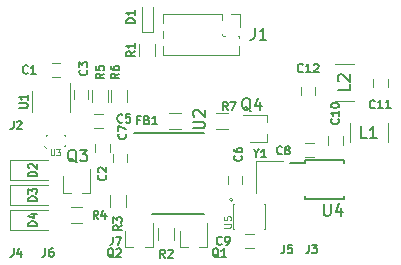
<source format=gbr>
%TF.GenerationSoftware,KiCad,Pcbnew,(5.99.0-2195-g476558ece)*%
%TF.CreationDate,2021-12-21T14:22:00-08:00*%
%TF.ProjectId,wwu_pico1,7777755f-7069-4636-9f31-2e6b69636164,rev?*%
%TF.SameCoordinates,Original*%
%TF.FileFunction,Legend,Top*%
%TF.FilePolarity,Positive*%
%FSLAX46Y46*%
G04 Gerber Fmt 4.6, Leading zero omitted, Abs format (unit mm)*
G04 Created by KiCad (PCBNEW (5.99.0-2195-g476558ece)) date 2021-12-21 14:22:00*
%MOMM*%
%LPD*%
G01*
G04 APERTURE LIST*
%ADD10C,0.150000*%
%ADD11C,0.100000*%
%ADD12C,0.120000*%
G04 APERTURE END LIST*
D10*
%TO.C,J7*%
X128666666Y-86216666D02*
X128666666Y-86716666D01*
X128633333Y-86816666D01*
X128566666Y-86883333D01*
X128466666Y-86916666D01*
X128400000Y-86916666D01*
X128933333Y-86216666D02*
X129400000Y-86216666D01*
X129100000Y-86916666D01*
%TO.C,J6*%
X122966666Y-87216666D02*
X122966666Y-87716666D01*
X122933333Y-87816666D01*
X122866666Y-87883333D01*
X122766666Y-87916666D01*
X122700000Y-87916666D01*
X123600000Y-87216666D02*
X123466666Y-87216666D01*
X123400000Y-87250000D01*
X123366666Y-87283333D01*
X123300000Y-87383333D01*
X123266666Y-87516666D01*
X123266666Y-87783333D01*
X123300000Y-87850000D01*
X123333333Y-87883333D01*
X123400000Y-87916666D01*
X123533333Y-87916666D01*
X123600000Y-87883333D01*
X123633333Y-87850000D01*
X123666666Y-87783333D01*
X123666666Y-87616666D01*
X123633333Y-87550000D01*
X123600000Y-87516666D01*
X123533333Y-87483333D01*
X123400000Y-87483333D01*
X123333333Y-87516666D01*
X123300000Y-87550000D01*
X123266666Y-87616666D01*
%TO.C,J5*%
X143166666Y-86916666D02*
X143166666Y-87416666D01*
X143133333Y-87516666D01*
X143066666Y-87583333D01*
X142966666Y-87616666D01*
X142900000Y-87616666D01*
X143833333Y-86916666D02*
X143500000Y-86916666D01*
X143466666Y-87250000D01*
X143500000Y-87216666D01*
X143566666Y-87183333D01*
X143733333Y-87183333D01*
X143800000Y-87216666D01*
X143833333Y-87250000D01*
X143866666Y-87316666D01*
X143866666Y-87483333D01*
X143833333Y-87550000D01*
X143800000Y-87583333D01*
X143733333Y-87616666D01*
X143566666Y-87616666D01*
X143500000Y-87583333D01*
X143466666Y-87550000D01*
%TO.C,J4*%
X120266666Y-87216666D02*
X120266666Y-87716666D01*
X120233333Y-87816666D01*
X120166666Y-87883333D01*
X120066666Y-87916666D01*
X120000000Y-87916666D01*
X120900000Y-87450000D02*
X120900000Y-87916666D01*
X120733333Y-87183333D02*
X120566666Y-87683333D01*
X121000000Y-87683333D01*
%TO.C,J3*%
X145266666Y-86916666D02*
X145266666Y-87416666D01*
X145233333Y-87516666D01*
X145166666Y-87583333D01*
X145066666Y-87616666D01*
X145000000Y-87616666D01*
X145533333Y-86916666D02*
X145966666Y-86916666D01*
X145733333Y-87183333D01*
X145833333Y-87183333D01*
X145900000Y-87216666D01*
X145933333Y-87250000D01*
X145966666Y-87316666D01*
X145966666Y-87483333D01*
X145933333Y-87550000D01*
X145900000Y-87583333D01*
X145833333Y-87616666D01*
X145633333Y-87616666D01*
X145566666Y-87583333D01*
X145533333Y-87550000D01*
%TO.C,J2*%
X120266666Y-76416666D02*
X120266666Y-76916666D01*
X120233333Y-77016666D01*
X120166666Y-77083333D01*
X120066666Y-77116666D01*
X120000000Y-77116666D01*
X120566666Y-76483333D02*
X120600000Y-76450000D01*
X120666666Y-76416666D01*
X120833333Y-76416666D01*
X120900000Y-76450000D01*
X120933333Y-76483333D01*
X120966666Y-76550000D01*
X120966666Y-76616666D01*
X120933333Y-76716666D01*
X120533333Y-77116666D01*
X120966666Y-77116666D01*
%TO.C,Y1*%
X140816666Y-79183333D02*
X140816666Y-79516666D01*
X140583333Y-78816666D02*
X140816666Y-79183333D01*
X141050000Y-78816666D01*
X141650000Y-79516666D02*
X141250000Y-79516666D01*
X141450000Y-79516666D02*
X141450000Y-78816666D01*
X141383333Y-78916666D01*
X141316666Y-78983333D01*
X141250000Y-79016666D01*
D11*
%TO.C,U5*%
X138071428Y-85457142D02*
X138557142Y-85457142D01*
X138614285Y-85428571D01*
X138642857Y-85400000D01*
X138671428Y-85342857D01*
X138671428Y-85228571D01*
X138642857Y-85171428D01*
X138614285Y-85142857D01*
X138557142Y-85114285D01*
X138071428Y-85114285D01*
X138071428Y-84542857D02*
X138071428Y-84828571D01*
X138357142Y-84857142D01*
X138328571Y-84828571D01*
X138300000Y-84771428D01*
X138300000Y-84628571D01*
X138328571Y-84571428D01*
X138357142Y-84542857D01*
X138414285Y-84514285D01*
X138557142Y-84514285D01*
X138614285Y-84542857D01*
X138642857Y-84571428D01*
X138671428Y-84628571D01*
X138671428Y-84771428D01*
X138642857Y-84828571D01*
X138614285Y-84857142D01*
D10*
%TO.C,U4*%
X146538095Y-83452380D02*
X146538095Y-84261904D01*
X146585714Y-84357142D01*
X146633333Y-84404761D01*
X146728571Y-84452380D01*
X146919047Y-84452380D01*
X147014285Y-84404761D01*
X147061904Y-84357142D01*
X147109523Y-84261904D01*
X147109523Y-83452380D01*
X148014285Y-83785714D02*
X148014285Y-84452380D01*
X147776190Y-83404761D02*
X147538095Y-84119047D01*
X148157142Y-84119047D01*
D11*
%TO.C,U3*%
X123419047Y-78826190D02*
X123419047Y-79230952D01*
X123442857Y-79278571D01*
X123466666Y-79302380D01*
X123514285Y-79326190D01*
X123609523Y-79326190D01*
X123657142Y-79302380D01*
X123680952Y-79278571D01*
X123704761Y-79230952D01*
X123704761Y-78826190D01*
X123895238Y-78826190D02*
X124204761Y-78826190D01*
X124038095Y-79016666D01*
X124109523Y-79016666D01*
X124157142Y-79040476D01*
X124180952Y-79064285D01*
X124204761Y-79111904D01*
X124204761Y-79230952D01*
X124180952Y-79278571D01*
X124157142Y-79302380D01*
X124109523Y-79326190D01*
X123966666Y-79326190D01*
X123919047Y-79302380D01*
X123895238Y-79278571D01*
D10*
%TO.C,U2*%
X135452380Y-77061904D02*
X136261904Y-77061904D01*
X136357142Y-77014285D01*
X136404761Y-76966666D01*
X136452380Y-76871428D01*
X136452380Y-76680952D01*
X136404761Y-76585714D01*
X136357142Y-76538095D01*
X136261904Y-76490476D01*
X135452380Y-76490476D01*
X135547619Y-76061904D02*
X135500000Y-76014285D01*
X135452380Y-75919047D01*
X135452380Y-75680952D01*
X135500000Y-75585714D01*
X135547619Y-75538095D01*
X135642857Y-75490476D01*
X135738095Y-75490476D01*
X135880952Y-75538095D01*
X136452380Y-76109523D01*
X136452380Y-75490476D01*
%TO.C,U1*%
X120766666Y-75333333D02*
X121333333Y-75333333D01*
X121400000Y-75300000D01*
X121433333Y-75266666D01*
X121466666Y-75200000D01*
X121466666Y-75066666D01*
X121433333Y-75000000D01*
X121400000Y-74966666D01*
X121333333Y-74933333D01*
X120766666Y-74933333D01*
X121466666Y-74233333D02*
X121466666Y-74633333D01*
X121466666Y-74433333D02*
X120766666Y-74433333D01*
X120866666Y-74500000D01*
X120933333Y-74566666D01*
X120966666Y-74633333D01*
%TO.C,R7*%
X138383333Y-75516666D02*
X138150000Y-75183333D01*
X137983333Y-75516666D02*
X137983333Y-74816666D01*
X138250000Y-74816666D01*
X138316666Y-74850000D01*
X138350000Y-74883333D01*
X138383333Y-74950000D01*
X138383333Y-75050000D01*
X138350000Y-75116666D01*
X138316666Y-75150000D01*
X138250000Y-75183333D01*
X137983333Y-75183333D01*
X138616666Y-74816666D02*
X139083333Y-74816666D01*
X138783333Y-75516666D01*
%TO.C,R6*%
X129216666Y-72416666D02*
X128883333Y-72650000D01*
X129216666Y-72816666D02*
X128516666Y-72816666D01*
X128516666Y-72550000D01*
X128550000Y-72483333D01*
X128583333Y-72450000D01*
X128650000Y-72416666D01*
X128750000Y-72416666D01*
X128816666Y-72450000D01*
X128850000Y-72483333D01*
X128883333Y-72550000D01*
X128883333Y-72816666D01*
X128516666Y-71816666D02*
X128516666Y-71950000D01*
X128550000Y-72016666D01*
X128583333Y-72050000D01*
X128683333Y-72116666D01*
X128816666Y-72150000D01*
X129083333Y-72150000D01*
X129150000Y-72116666D01*
X129183333Y-72083333D01*
X129216666Y-72016666D01*
X129216666Y-71883333D01*
X129183333Y-71816666D01*
X129150000Y-71783333D01*
X129083333Y-71750000D01*
X128916666Y-71750000D01*
X128850000Y-71783333D01*
X128816666Y-71816666D01*
X128783333Y-71883333D01*
X128783333Y-72016666D01*
X128816666Y-72083333D01*
X128850000Y-72116666D01*
X128916666Y-72150000D01*
%TO.C,R5*%
X127916666Y-72416666D02*
X127583333Y-72650000D01*
X127916666Y-72816666D02*
X127216666Y-72816666D01*
X127216666Y-72550000D01*
X127250000Y-72483333D01*
X127283333Y-72450000D01*
X127350000Y-72416666D01*
X127450000Y-72416666D01*
X127516666Y-72450000D01*
X127550000Y-72483333D01*
X127583333Y-72550000D01*
X127583333Y-72816666D01*
X127216666Y-71783333D02*
X127216666Y-72116666D01*
X127550000Y-72150000D01*
X127516666Y-72116666D01*
X127483333Y-72050000D01*
X127483333Y-71883333D01*
X127516666Y-71816666D01*
X127550000Y-71783333D01*
X127616666Y-71750000D01*
X127783333Y-71750000D01*
X127850000Y-71783333D01*
X127883333Y-71816666D01*
X127916666Y-71883333D01*
X127916666Y-72050000D01*
X127883333Y-72116666D01*
X127850000Y-72150000D01*
%TO.C,R4*%
X127433333Y-84716666D02*
X127200000Y-84383333D01*
X127033333Y-84716666D02*
X127033333Y-84016666D01*
X127300000Y-84016666D01*
X127366666Y-84050000D01*
X127400000Y-84083333D01*
X127433333Y-84150000D01*
X127433333Y-84250000D01*
X127400000Y-84316666D01*
X127366666Y-84350000D01*
X127300000Y-84383333D01*
X127033333Y-84383333D01*
X128033333Y-84250000D02*
X128033333Y-84716666D01*
X127866666Y-83983333D02*
X127700000Y-84483333D01*
X128133333Y-84483333D01*
%TO.C,R3*%
X129416666Y-85266666D02*
X129083333Y-85500000D01*
X129416666Y-85666666D02*
X128716666Y-85666666D01*
X128716666Y-85400000D01*
X128750000Y-85333333D01*
X128783333Y-85300000D01*
X128850000Y-85266666D01*
X128950000Y-85266666D01*
X129016666Y-85300000D01*
X129050000Y-85333333D01*
X129083333Y-85400000D01*
X129083333Y-85666666D01*
X128716666Y-85033333D02*
X128716666Y-84600000D01*
X128983333Y-84833333D01*
X128983333Y-84733333D01*
X129016666Y-84666666D01*
X129050000Y-84633333D01*
X129116666Y-84600000D01*
X129283333Y-84600000D01*
X129350000Y-84633333D01*
X129383333Y-84666666D01*
X129416666Y-84733333D01*
X129416666Y-84933333D01*
X129383333Y-85000000D01*
X129350000Y-85033333D01*
%TO.C,R2*%
X133083333Y-88016666D02*
X132850000Y-87683333D01*
X132683333Y-88016666D02*
X132683333Y-87316666D01*
X132950000Y-87316666D01*
X133016666Y-87350000D01*
X133050000Y-87383333D01*
X133083333Y-87450000D01*
X133083333Y-87550000D01*
X133050000Y-87616666D01*
X133016666Y-87650000D01*
X132950000Y-87683333D01*
X132683333Y-87683333D01*
X133350000Y-87383333D02*
X133383333Y-87350000D01*
X133450000Y-87316666D01*
X133616666Y-87316666D01*
X133683333Y-87350000D01*
X133716666Y-87383333D01*
X133750000Y-87450000D01*
X133750000Y-87516666D01*
X133716666Y-87616666D01*
X133316666Y-88016666D01*
X133750000Y-88016666D01*
%TO.C,R1*%
X130516666Y-70516666D02*
X130183333Y-70750000D01*
X130516666Y-70916666D02*
X129816666Y-70916666D01*
X129816666Y-70650000D01*
X129850000Y-70583333D01*
X129883333Y-70550000D01*
X129950000Y-70516666D01*
X130050000Y-70516666D01*
X130116666Y-70550000D01*
X130150000Y-70583333D01*
X130183333Y-70650000D01*
X130183333Y-70916666D01*
X130516666Y-69850000D02*
X130516666Y-70250000D01*
X130516666Y-70050000D02*
X129816666Y-70050000D01*
X129916666Y-70116666D01*
X129983333Y-70183333D01*
X130016666Y-70250000D01*
%TO.C,Q4*%
X140354761Y-75597619D02*
X140259523Y-75550000D01*
X140164285Y-75454761D01*
X140021428Y-75311904D01*
X139926190Y-75264285D01*
X139830952Y-75264285D01*
X139878571Y-75502380D02*
X139783333Y-75454761D01*
X139688095Y-75359523D01*
X139640476Y-75169047D01*
X139640476Y-74835714D01*
X139688095Y-74645238D01*
X139783333Y-74550000D01*
X139878571Y-74502380D01*
X140069047Y-74502380D01*
X140164285Y-74550000D01*
X140259523Y-74645238D01*
X140307142Y-74835714D01*
X140307142Y-75169047D01*
X140259523Y-75359523D01*
X140164285Y-75454761D01*
X140069047Y-75502380D01*
X139878571Y-75502380D01*
X141164285Y-74835714D02*
X141164285Y-75502380D01*
X140926190Y-74454761D02*
X140688095Y-75169047D01*
X141307142Y-75169047D01*
%TO.C,Q3*%
X125604761Y-79947619D02*
X125509523Y-79900000D01*
X125414285Y-79804761D01*
X125271428Y-79661904D01*
X125176190Y-79614285D01*
X125080952Y-79614285D01*
X125128571Y-79852380D02*
X125033333Y-79804761D01*
X124938095Y-79709523D01*
X124890476Y-79519047D01*
X124890476Y-79185714D01*
X124938095Y-78995238D01*
X125033333Y-78900000D01*
X125128571Y-78852380D01*
X125319047Y-78852380D01*
X125414285Y-78900000D01*
X125509523Y-78995238D01*
X125557142Y-79185714D01*
X125557142Y-79519047D01*
X125509523Y-79709523D01*
X125414285Y-79804761D01*
X125319047Y-79852380D01*
X125128571Y-79852380D01*
X125890476Y-78852380D02*
X126509523Y-78852380D01*
X126176190Y-79233333D01*
X126319047Y-79233333D01*
X126414285Y-79280952D01*
X126461904Y-79328571D01*
X126509523Y-79423809D01*
X126509523Y-79661904D01*
X126461904Y-79757142D01*
X126414285Y-79804761D01*
X126319047Y-79852380D01*
X126033333Y-79852380D01*
X125938095Y-79804761D01*
X125890476Y-79757142D01*
%TO.C,Q2*%
X128733333Y-87983333D02*
X128666666Y-87950000D01*
X128600000Y-87883333D01*
X128500000Y-87783333D01*
X128433333Y-87750000D01*
X128366666Y-87750000D01*
X128400000Y-87916666D02*
X128333333Y-87883333D01*
X128266666Y-87816666D01*
X128233333Y-87683333D01*
X128233333Y-87450000D01*
X128266666Y-87316666D01*
X128333333Y-87250000D01*
X128400000Y-87216666D01*
X128533333Y-87216666D01*
X128600000Y-87250000D01*
X128666666Y-87316666D01*
X128700000Y-87450000D01*
X128700000Y-87683333D01*
X128666666Y-87816666D01*
X128600000Y-87883333D01*
X128533333Y-87916666D01*
X128400000Y-87916666D01*
X128966666Y-87283333D02*
X129000000Y-87250000D01*
X129066666Y-87216666D01*
X129233333Y-87216666D01*
X129300000Y-87250000D01*
X129333333Y-87283333D01*
X129366666Y-87350000D01*
X129366666Y-87416666D01*
X129333333Y-87516666D01*
X128933333Y-87916666D01*
X129366666Y-87916666D01*
%TO.C,Q1*%
X137633333Y-87983333D02*
X137566666Y-87950000D01*
X137500000Y-87883333D01*
X137400000Y-87783333D01*
X137333333Y-87750000D01*
X137266666Y-87750000D01*
X137300000Y-87916666D02*
X137233333Y-87883333D01*
X137166666Y-87816666D01*
X137133333Y-87683333D01*
X137133333Y-87450000D01*
X137166666Y-87316666D01*
X137233333Y-87250000D01*
X137300000Y-87216666D01*
X137433333Y-87216666D01*
X137500000Y-87250000D01*
X137566666Y-87316666D01*
X137600000Y-87450000D01*
X137600000Y-87683333D01*
X137566666Y-87816666D01*
X137500000Y-87883333D01*
X137433333Y-87916666D01*
X137300000Y-87916666D01*
X138266666Y-87916666D02*
X137866666Y-87916666D01*
X138066666Y-87916666D02*
X138066666Y-87216666D01*
X138000000Y-87316666D01*
X137933333Y-87383333D01*
X137866666Y-87416666D01*
%TO.C,L2*%
X148727380Y-73341666D02*
X148727380Y-73817857D01*
X147727380Y-73817857D01*
X147822619Y-73055952D02*
X147775000Y-73008333D01*
X147727380Y-72913095D01*
X147727380Y-72675000D01*
X147775000Y-72579761D01*
X147822619Y-72532142D01*
X147917857Y-72484523D01*
X148013095Y-72484523D01*
X148155952Y-72532142D01*
X148727380Y-73103571D01*
X148727380Y-72484523D01*
%TO.C,L1*%
X150158333Y-77877380D02*
X149682142Y-77877380D01*
X149682142Y-76877380D01*
X151015476Y-77877380D02*
X150444047Y-77877380D01*
X150729761Y-77877380D02*
X150729761Y-76877380D01*
X150634523Y-77020238D01*
X150539285Y-77115476D01*
X150444047Y-77163095D01*
%TO.C,J1*%
X140666666Y-68552380D02*
X140666666Y-69266666D01*
X140619047Y-69409523D01*
X140523809Y-69504761D01*
X140380952Y-69552380D01*
X140285714Y-69552380D01*
X141666666Y-69552380D02*
X141095238Y-69552380D01*
X141380952Y-69552380D02*
X141380952Y-68552380D01*
X141285714Y-68695238D01*
X141190476Y-68790476D01*
X141095238Y-68838095D01*
%TO.C,FB1*%
X130966666Y-76350000D02*
X130733333Y-76350000D01*
X130733333Y-76716666D02*
X130733333Y-76016666D01*
X131066666Y-76016666D01*
X131566666Y-76350000D02*
X131666666Y-76383333D01*
X131700000Y-76416666D01*
X131733333Y-76483333D01*
X131733333Y-76583333D01*
X131700000Y-76650000D01*
X131666666Y-76683333D01*
X131600000Y-76716666D01*
X131333333Y-76716666D01*
X131333333Y-76016666D01*
X131566666Y-76016666D01*
X131633333Y-76050000D01*
X131666666Y-76083333D01*
X131700000Y-76150000D01*
X131700000Y-76216666D01*
X131666666Y-76283333D01*
X131633333Y-76316666D01*
X131566666Y-76350000D01*
X131333333Y-76350000D01*
X132400000Y-76716666D02*
X132000000Y-76716666D01*
X132200000Y-76716666D02*
X132200000Y-76016666D01*
X132133333Y-76116666D01*
X132066666Y-76183333D01*
X132000000Y-76216666D01*
%TO.C,D4*%
X122216666Y-85316666D02*
X121516666Y-85316666D01*
X121516666Y-85150000D01*
X121550000Y-85050000D01*
X121616666Y-84983333D01*
X121683333Y-84950000D01*
X121816666Y-84916666D01*
X121916666Y-84916666D01*
X122050000Y-84950000D01*
X122116666Y-84983333D01*
X122183333Y-85050000D01*
X122216666Y-85150000D01*
X122216666Y-85316666D01*
X121750000Y-84316666D02*
X122216666Y-84316666D01*
X121483333Y-84483333D02*
X121983333Y-84650000D01*
X121983333Y-84216666D01*
%TO.C,D3*%
X122216666Y-83216666D02*
X121516666Y-83216666D01*
X121516666Y-83050000D01*
X121550000Y-82950000D01*
X121616666Y-82883333D01*
X121683333Y-82850000D01*
X121816666Y-82816666D01*
X121916666Y-82816666D01*
X122050000Y-82850000D01*
X122116666Y-82883333D01*
X122183333Y-82950000D01*
X122216666Y-83050000D01*
X122216666Y-83216666D01*
X121516666Y-82583333D02*
X121516666Y-82150000D01*
X121783333Y-82383333D01*
X121783333Y-82283333D01*
X121816666Y-82216666D01*
X121850000Y-82183333D01*
X121916666Y-82150000D01*
X122083333Y-82150000D01*
X122150000Y-82183333D01*
X122183333Y-82216666D01*
X122216666Y-82283333D01*
X122216666Y-82483333D01*
X122183333Y-82550000D01*
X122150000Y-82583333D01*
%TO.C,D2*%
X122216666Y-81116666D02*
X121516666Y-81116666D01*
X121516666Y-80950000D01*
X121550000Y-80850000D01*
X121616666Y-80783333D01*
X121683333Y-80750000D01*
X121816666Y-80716666D01*
X121916666Y-80716666D01*
X122050000Y-80750000D01*
X122116666Y-80783333D01*
X122183333Y-80850000D01*
X122216666Y-80950000D01*
X122216666Y-81116666D01*
X121583333Y-80450000D02*
X121550000Y-80416666D01*
X121516666Y-80350000D01*
X121516666Y-80183333D01*
X121550000Y-80116666D01*
X121583333Y-80083333D01*
X121650000Y-80050000D01*
X121716666Y-80050000D01*
X121816666Y-80083333D01*
X122216666Y-80483333D01*
X122216666Y-80050000D01*
%TO.C,D1*%
X130516666Y-68116666D02*
X129816666Y-68116666D01*
X129816666Y-67950000D01*
X129850000Y-67850000D01*
X129916666Y-67783333D01*
X129983333Y-67750000D01*
X130116666Y-67716666D01*
X130216666Y-67716666D01*
X130350000Y-67750000D01*
X130416666Y-67783333D01*
X130483333Y-67850000D01*
X130516666Y-67950000D01*
X130516666Y-68116666D01*
X130516666Y-67050000D02*
X130516666Y-67450000D01*
X130516666Y-67250000D02*
X129816666Y-67250000D01*
X129916666Y-67316666D01*
X129983333Y-67383333D01*
X130016666Y-67450000D01*
%TO.C,C12*%
X144750000Y-72250000D02*
X144716666Y-72283333D01*
X144616666Y-72316666D01*
X144550000Y-72316666D01*
X144450000Y-72283333D01*
X144383333Y-72216666D01*
X144350000Y-72150000D01*
X144316666Y-72016666D01*
X144316666Y-71916666D01*
X144350000Y-71783333D01*
X144383333Y-71716666D01*
X144450000Y-71650000D01*
X144550000Y-71616666D01*
X144616666Y-71616666D01*
X144716666Y-71650000D01*
X144750000Y-71683333D01*
X145416666Y-72316666D02*
X145016666Y-72316666D01*
X145216666Y-72316666D02*
X145216666Y-71616666D01*
X145150000Y-71716666D01*
X145083333Y-71783333D01*
X145016666Y-71816666D01*
X145683333Y-71683333D02*
X145716666Y-71650000D01*
X145783333Y-71616666D01*
X145950000Y-71616666D01*
X146016666Y-71650000D01*
X146050000Y-71683333D01*
X146083333Y-71750000D01*
X146083333Y-71816666D01*
X146050000Y-71916666D01*
X145650000Y-72316666D01*
X146083333Y-72316666D01*
%TO.C,C11*%
X150850000Y-75300000D02*
X150816666Y-75333333D01*
X150716666Y-75366666D01*
X150650000Y-75366666D01*
X150550000Y-75333333D01*
X150483333Y-75266666D01*
X150450000Y-75200000D01*
X150416666Y-75066666D01*
X150416666Y-74966666D01*
X150450000Y-74833333D01*
X150483333Y-74766666D01*
X150550000Y-74700000D01*
X150650000Y-74666666D01*
X150716666Y-74666666D01*
X150816666Y-74700000D01*
X150850000Y-74733333D01*
X151516666Y-75366666D02*
X151116666Y-75366666D01*
X151316666Y-75366666D02*
X151316666Y-74666666D01*
X151250000Y-74766666D01*
X151183333Y-74833333D01*
X151116666Y-74866666D01*
X152183333Y-75366666D02*
X151783333Y-75366666D01*
X151983333Y-75366666D02*
X151983333Y-74666666D01*
X151916666Y-74766666D01*
X151850000Y-74833333D01*
X151783333Y-74866666D01*
%TO.C,C10*%
X147750000Y-76250000D02*
X147783333Y-76283333D01*
X147816666Y-76383333D01*
X147816666Y-76450000D01*
X147783333Y-76550000D01*
X147716666Y-76616666D01*
X147650000Y-76650000D01*
X147516666Y-76683333D01*
X147416666Y-76683333D01*
X147283333Y-76650000D01*
X147216666Y-76616666D01*
X147150000Y-76550000D01*
X147116666Y-76450000D01*
X147116666Y-76383333D01*
X147150000Y-76283333D01*
X147183333Y-76250000D01*
X147816666Y-75583333D02*
X147816666Y-75983333D01*
X147816666Y-75783333D02*
X147116666Y-75783333D01*
X147216666Y-75850000D01*
X147283333Y-75916666D01*
X147316666Y-75983333D01*
X147116666Y-75150000D02*
X147116666Y-75083333D01*
X147150000Y-75016666D01*
X147183333Y-74983333D01*
X147250000Y-74950000D01*
X147383333Y-74916666D01*
X147550000Y-74916666D01*
X147683333Y-74950000D01*
X147750000Y-74983333D01*
X147783333Y-75016666D01*
X147816666Y-75083333D01*
X147816666Y-75150000D01*
X147783333Y-75216666D01*
X147750000Y-75250000D01*
X147683333Y-75283333D01*
X147550000Y-75316666D01*
X147383333Y-75316666D01*
X147250000Y-75283333D01*
X147183333Y-75250000D01*
X147150000Y-75216666D01*
X147116666Y-75150000D01*
%TO.C,C9*%
X137883333Y-86850000D02*
X137850000Y-86883333D01*
X137750000Y-86916666D01*
X137683333Y-86916666D01*
X137583333Y-86883333D01*
X137516666Y-86816666D01*
X137483333Y-86750000D01*
X137450000Y-86616666D01*
X137450000Y-86516666D01*
X137483333Y-86383333D01*
X137516666Y-86316666D01*
X137583333Y-86250000D01*
X137683333Y-86216666D01*
X137750000Y-86216666D01*
X137850000Y-86250000D01*
X137883333Y-86283333D01*
X138216666Y-86916666D02*
X138350000Y-86916666D01*
X138416666Y-86883333D01*
X138450000Y-86850000D01*
X138516666Y-86750000D01*
X138550000Y-86616666D01*
X138550000Y-86350000D01*
X138516666Y-86283333D01*
X138483333Y-86250000D01*
X138416666Y-86216666D01*
X138283333Y-86216666D01*
X138216666Y-86250000D01*
X138183333Y-86283333D01*
X138150000Y-86350000D01*
X138150000Y-86516666D01*
X138183333Y-86583333D01*
X138216666Y-86616666D01*
X138283333Y-86650000D01*
X138416666Y-86650000D01*
X138483333Y-86616666D01*
X138516666Y-86583333D01*
X138550000Y-86516666D01*
%TO.C,C8*%
X142983333Y-79200000D02*
X142950000Y-79233333D01*
X142850000Y-79266666D01*
X142783333Y-79266666D01*
X142683333Y-79233333D01*
X142616666Y-79166666D01*
X142583333Y-79100000D01*
X142550000Y-78966666D01*
X142550000Y-78866666D01*
X142583333Y-78733333D01*
X142616666Y-78666666D01*
X142683333Y-78600000D01*
X142783333Y-78566666D01*
X142850000Y-78566666D01*
X142950000Y-78600000D01*
X142983333Y-78633333D01*
X143383333Y-78866666D02*
X143316666Y-78833333D01*
X143283333Y-78800000D01*
X143250000Y-78733333D01*
X143250000Y-78700000D01*
X143283333Y-78633333D01*
X143316666Y-78600000D01*
X143383333Y-78566666D01*
X143516666Y-78566666D01*
X143583333Y-78600000D01*
X143616666Y-78633333D01*
X143650000Y-78700000D01*
X143650000Y-78733333D01*
X143616666Y-78800000D01*
X143583333Y-78833333D01*
X143516666Y-78866666D01*
X143383333Y-78866666D01*
X143316666Y-78900000D01*
X143283333Y-78933333D01*
X143250000Y-79000000D01*
X143250000Y-79133333D01*
X143283333Y-79200000D01*
X143316666Y-79233333D01*
X143383333Y-79266666D01*
X143516666Y-79266666D01*
X143583333Y-79233333D01*
X143616666Y-79200000D01*
X143650000Y-79133333D01*
X143650000Y-79000000D01*
X143616666Y-78933333D01*
X143583333Y-78900000D01*
X143516666Y-78866666D01*
%TO.C,C7*%
X129750000Y-77516666D02*
X129783333Y-77550000D01*
X129816666Y-77650000D01*
X129816666Y-77716666D01*
X129783333Y-77816666D01*
X129716666Y-77883333D01*
X129650000Y-77916666D01*
X129516666Y-77950000D01*
X129416666Y-77950000D01*
X129283333Y-77916666D01*
X129216666Y-77883333D01*
X129150000Y-77816666D01*
X129116666Y-77716666D01*
X129116666Y-77650000D01*
X129150000Y-77550000D01*
X129183333Y-77516666D01*
X129116666Y-77283333D02*
X129116666Y-76816666D01*
X129816666Y-77116666D01*
%TO.C,C6*%
X139550000Y-79366666D02*
X139583333Y-79400000D01*
X139616666Y-79500000D01*
X139616666Y-79566666D01*
X139583333Y-79666666D01*
X139516666Y-79733333D01*
X139450000Y-79766666D01*
X139316666Y-79800000D01*
X139216666Y-79800000D01*
X139083333Y-79766666D01*
X139016666Y-79733333D01*
X138950000Y-79666666D01*
X138916666Y-79566666D01*
X138916666Y-79500000D01*
X138950000Y-79400000D01*
X138983333Y-79366666D01*
X138916666Y-78766666D02*
X138916666Y-78900000D01*
X138950000Y-78966666D01*
X138983333Y-79000000D01*
X139083333Y-79066666D01*
X139216666Y-79100000D01*
X139483333Y-79100000D01*
X139550000Y-79066666D01*
X139583333Y-79033333D01*
X139616666Y-78966666D01*
X139616666Y-78833333D01*
X139583333Y-78766666D01*
X139550000Y-78733333D01*
X139483333Y-78700000D01*
X139316666Y-78700000D01*
X139250000Y-78733333D01*
X139216666Y-78766666D01*
X139183333Y-78833333D01*
X139183333Y-78966666D01*
X139216666Y-79033333D01*
X139250000Y-79066666D01*
X139316666Y-79100000D01*
%TO.C,C5*%
X129483333Y-76500000D02*
X129450000Y-76533333D01*
X129350000Y-76566666D01*
X129283333Y-76566666D01*
X129183333Y-76533333D01*
X129116666Y-76466666D01*
X129083333Y-76400000D01*
X129050000Y-76266666D01*
X129050000Y-76166666D01*
X129083333Y-76033333D01*
X129116666Y-75966666D01*
X129183333Y-75900000D01*
X129283333Y-75866666D01*
X129350000Y-75866666D01*
X129450000Y-75900000D01*
X129483333Y-75933333D01*
X130116666Y-75866666D02*
X129783333Y-75866666D01*
X129750000Y-76200000D01*
X129783333Y-76166666D01*
X129850000Y-76133333D01*
X130016666Y-76133333D01*
X130083333Y-76166666D01*
X130116666Y-76200000D01*
X130150000Y-76266666D01*
X130150000Y-76433333D01*
X130116666Y-76500000D01*
X130083333Y-76533333D01*
X130016666Y-76566666D01*
X129850000Y-76566666D01*
X129783333Y-76533333D01*
X129750000Y-76500000D01*
%TO.C,C3*%
X126450000Y-72116666D02*
X126483333Y-72150000D01*
X126516666Y-72250000D01*
X126516666Y-72316666D01*
X126483333Y-72416666D01*
X126416666Y-72483333D01*
X126350000Y-72516666D01*
X126216666Y-72550000D01*
X126116666Y-72550000D01*
X125983333Y-72516666D01*
X125916666Y-72483333D01*
X125850000Y-72416666D01*
X125816666Y-72316666D01*
X125816666Y-72250000D01*
X125850000Y-72150000D01*
X125883333Y-72116666D01*
X125816666Y-71883333D02*
X125816666Y-71450000D01*
X126083333Y-71683333D01*
X126083333Y-71583333D01*
X126116666Y-71516666D01*
X126150000Y-71483333D01*
X126216666Y-71450000D01*
X126383333Y-71450000D01*
X126450000Y-71483333D01*
X126483333Y-71516666D01*
X126516666Y-71583333D01*
X126516666Y-71783333D01*
X126483333Y-71850000D01*
X126450000Y-71883333D01*
%TO.C,C2*%
X128050000Y-81016666D02*
X128083333Y-81050000D01*
X128116666Y-81150000D01*
X128116666Y-81216666D01*
X128083333Y-81316666D01*
X128016666Y-81383333D01*
X127950000Y-81416666D01*
X127816666Y-81450000D01*
X127716666Y-81450000D01*
X127583333Y-81416666D01*
X127516666Y-81383333D01*
X127450000Y-81316666D01*
X127416666Y-81216666D01*
X127416666Y-81150000D01*
X127450000Y-81050000D01*
X127483333Y-81016666D01*
X127483333Y-80750000D02*
X127450000Y-80716666D01*
X127416666Y-80650000D01*
X127416666Y-80483333D01*
X127450000Y-80416666D01*
X127483333Y-80383333D01*
X127550000Y-80350000D01*
X127616666Y-80350000D01*
X127716666Y-80383333D01*
X128116666Y-80783333D01*
X128116666Y-80350000D01*
%TO.C,C1*%
X121483333Y-72350000D02*
X121450000Y-72383333D01*
X121350000Y-72416666D01*
X121283333Y-72416666D01*
X121183333Y-72383333D01*
X121116666Y-72316666D01*
X121083333Y-72250000D01*
X121050000Y-72116666D01*
X121050000Y-72016666D01*
X121083333Y-71883333D01*
X121116666Y-71816666D01*
X121183333Y-71750000D01*
X121283333Y-71716666D01*
X121350000Y-71716666D01*
X121450000Y-71750000D01*
X121483333Y-71783333D01*
X122150000Y-72416666D02*
X121750000Y-72416666D01*
X121950000Y-72416666D02*
X121950000Y-71716666D01*
X121883333Y-71816666D01*
X121816666Y-71883333D01*
X121750000Y-71916666D01*
D12*
%TO.C,Y1*%
X143100000Y-79850000D02*
X140800000Y-79850000D01*
X140800000Y-79850000D02*
X140800000Y-82550000D01*
D11*
%TO.C,U5*%
X138841421Y-83100000D02*
G75*
G03*
X138841421Y-83100000I-141421J0D01*
G01*
X138850000Y-85550000D02*
X138850000Y-83450000D01*
X141550000Y-83450000D02*
X141550000Y-85550000D01*
X138950000Y-83450000D02*
X138850000Y-83450000D01*
X141550000Y-83450000D02*
X141450000Y-83450000D01*
X138950000Y-85550000D02*
X138850000Y-85550000D01*
X141550000Y-85550000D02*
X141450000Y-85550000D01*
D10*
%TO.C,U4*%
X144925000Y-79950000D02*
X143700000Y-79950000D01*
X144925000Y-83075000D02*
X148275000Y-83075000D01*
X144925000Y-79725000D02*
X148275000Y-79725000D01*
X144925000Y-83075000D02*
X144925000Y-82775000D01*
X148275000Y-83075000D02*
X148275000Y-82775000D01*
X148275000Y-79725000D02*
X148275000Y-80025000D01*
X144925000Y-79725000D02*
X144925000Y-79950000D01*
D11*
%TO.C,U3*%
X122830000Y-78520000D02*
X123030000Y-78720000D01*
X122980000Y-77630000D02*
X122980000Y-77730000D01*
X124620000Y-78470000D02*
X124620000Y-78570000D01*
X124620000Y-77630000D02*
X124620000Y-77730000D01*
X124520000Y-78570000D02*
X124620000Y-78570000D01*
X124520000Y-77630000D02*
X124620000Y-77630000D01*
X122980000Y-77630000D02*
X123080000Y-77630000D01*
D10*
%TO.C,U2*%
X131955000Y-84340000D02*
X136405000Y-84340000D01*
X130430000Y-77440000D02*
X136405000Y-77440000D01*
D12*
%TO.C,U1*%
X121840000Y-73900000D02*
X121840000Y-75700000D01*
X125060000Y-75700000D02*
X125060000Y-73250000D01*
%TO.C,R7*%
X137400000Y-75720000D02*
X138400000Y-75720000D01*
X138400000Y-77080000D02*
X137400000Y-77080000D01*
%TO.C,R6*%
X128520000Y-74850000D02*
X128520000Y-73850000D01*
X129880000Y-73850000D02*
X129880000Y-74850000D01*
%TO.C,R5*%
X128280000Y-73850000D02*
X128280000Y-74850000D01*
X126920000Y-74850000D02*
X126920000Y-73850000D01*
%TO.C,R4*%
X126100000Y-85080000D02*
X125100000Y-85080000D01*
X125100000Y-83720000D02*
X126100000Y-83720000D01*
%TO.C,R3*%
X129780000Y-82700000D02*
X129780000Y-83700000D01*
X128420000Y-83700000D02*
X128420000Y-82700000D01*
%TO.C,R2*%
X133880000Y-85500000D02*
X133880000Y-86500000D01*
X132520000Y-86500000D02*
X132520000Y-85500000D01*
%TO.C,R1*%
X130920000Y-70900000D02*
X130920000Y-69900000D01*
X132280000Y-69900000D02*
X132280000Y-70900000D01*
%TO.C,Q4*%
X141730000Y-77550000D02*
X141730000Y-78210000D01*
X141730000Y-75890000D02*
X141730000Y-76550000D01*
X141730000Y-75890000D02*
X139700000Y-75890000D01*
X140320000Y-78210000D02*
X141730000Y-78210000D01*
%TO.C,Q3*%
X125100000Y-82530000D02*
X124440000Y-82530000D01*
X126760000Y-82530000D02*
X126100000Y-82530000D01*
X126760000Y-82530000D02*
X126760000Y-80500000D01*
X124440000Y-81120000D02*
X124440000Y-82530000D01*
%TO.C,Q2*%
X130400000Y-87130000D02*
X129740000Y-87130000D01*
X132060000Y-87130000D02*
X131400000Y-87130000D01*
X132060000Y-87130000D02*
X132060000Y-85100000D01*
X129740000Y-85720000D02*
X129740000Y-87130000D01*
%TO.C,Q1*%
X135000000Y-87130000D02*
X134340000Y-87130000D01*
X136660000Y-87130000D02*
X136000000Y-87130000D01*
X136660000Y-87130000D02*
X136660000Y-85100000D01*
X134340000Y-85720000D02*
X134340000Y-87130000D01*
%TO.C,L2*%
X149075000Y-71575000D02*
X147475000Y-71575000D01*
X149075000Y-74775000D02*
X147475000Y-74775000D01*
%TO.C,L1*%
X151925000Y-78225000D02*
X151925000Y-76625000D01*
X148725000Y-78225000D02*
X148725000Y-76625000D01*
%TO.C,J1*%
X132919134Y-67341908D02*
X132919134Y-68164378D01*
X132919134Y-70049438D02*
X132919134Y-70871908D01*
X132919134Y-68779438D02*
X132919134Y-69434378D01*
X137934134Y-67341908D02*
X132919134Y-67341908D01*
X139389134Y-70871908D02*
X132919134Y-70871908D01*
X137934134Y-67341908D02*
X137934134Y-67908437D01*
X137934134Y-69035379D02*
X137934134Y-69178437D01*
X137987605Y-69231908D02*
X138130663Y-69231908D01*
X139257605Y-69231908D02*
X139389134Y-69231908D01*
X139389134Y-69231908D02*
X139389134Y-69434378D01*
X139389134Y-70049438D02*
X139389134Y-70871908D01*
X138694134Y-67341908D02*
X139454134Y-67341908D01*
X139454134Y-67341908D02*
X139454134Y-68471908D01*
%TO.C,FB1*%
X134450000Y-77080000D02*
X133450000Y-77080000D01*
X133450000Y-75720000D02*
X134450000Y-75720000D01*
%TO.C,D4*%
X120000000Y-83950000D02*
X120000000Y-85650000D01*
X120000000Y-85650000D02*
X123150000Y-85650000D01*
X120000000Y-83950000D02*
X123150000Y-83950000D01*
%TO.C,D3*%
X120000000Y-81850000D02*
X120000000Y-83550000D01*
X120000000Y-83550000D02*
X123150000Y-83550000D01*
X120000000Y-81850000D02*
X123150000Y-81850000D01*
%TO.C,D2*%
X120000000Y-79750000D02*
X120000000Y-81450000D01*
X120000000Y-81450000D02*
X123150000Y-81450000D01*
X120000000Y-79750000D02*
X123150000Y-79750000D01*
%TO.C,D1*%
X131100000Y-68900000D02*
X132100000Y-68900000D01*
X132100000Y-68900000D02*
X132100000Y-66800000D01*
X131100000Y-68900000D02*
X131100000Y-66800000D01*
%TO.C,C12*%
X145825000Y-73575000D02*
X145825000Y-74275000D01*
X144625000Y-74275000D02*
X144625000Y-73575000D01*
%TO.C,C11*%
X150725000Y-73575000D02*
X150725000Y-72875000D01*
X151925000Y-72875000D02*
X151925000Y-73575000D01*
%TO.C,C10*%
X148125000Y-77725000D02*
X148125000Y-78425000D01*
X146925000Y-78425000D02*
X146925000Y-77725000D01*
%TO.C,C9*%
X139900000Y-86000000D02*
X140600000Y-86000000D01*
X140600000Y-87200000D02*
X139900000Y-87200000D01*
%TO.C,C8*%
X144975000Y-78275000D02*
X145675000Y-78275000D01*
X145675000Y-79475000D02*
X144975000Y-79475000D01*
%TO.C,C7*%
X128700000Y-79900000D02*
X128700000Y-79200000D01*
X129900000Y-79200000D02*
X129900000Y-79900000D01*
%TO.C,C6*%
X139600000Y-81050000D02*
X139600000Y-81750000D01*
X138400000Y-81750000D02*
X138400000Y-81050000D01*
%TO.C,C5*%
X127800000Y-77000000D02*
X127100000Y-77000000D01*
X127100000Y-75800000D02*
X127800000Y-75800000D01*
%TO.C,C3*%
X125400000Y-74550000D02*
X125400000Y-73850000D01*
X126600000Y-73850000D02*
X126600000Y-74550000D01*
%TO.C,C2*%
X127200000Y-79100000D02*
X127200000Y-78400000D01*
X128400000Y-78400000D02*
X128400000Y-79100000D01*
%TO.C,C1*%
X124200000Y-72700000D02*
X123500000Y-72700000D01*
X123500000Y-71500000D02*
X124200000Y-71500000D01*
%TD*%
M02*

</source>
